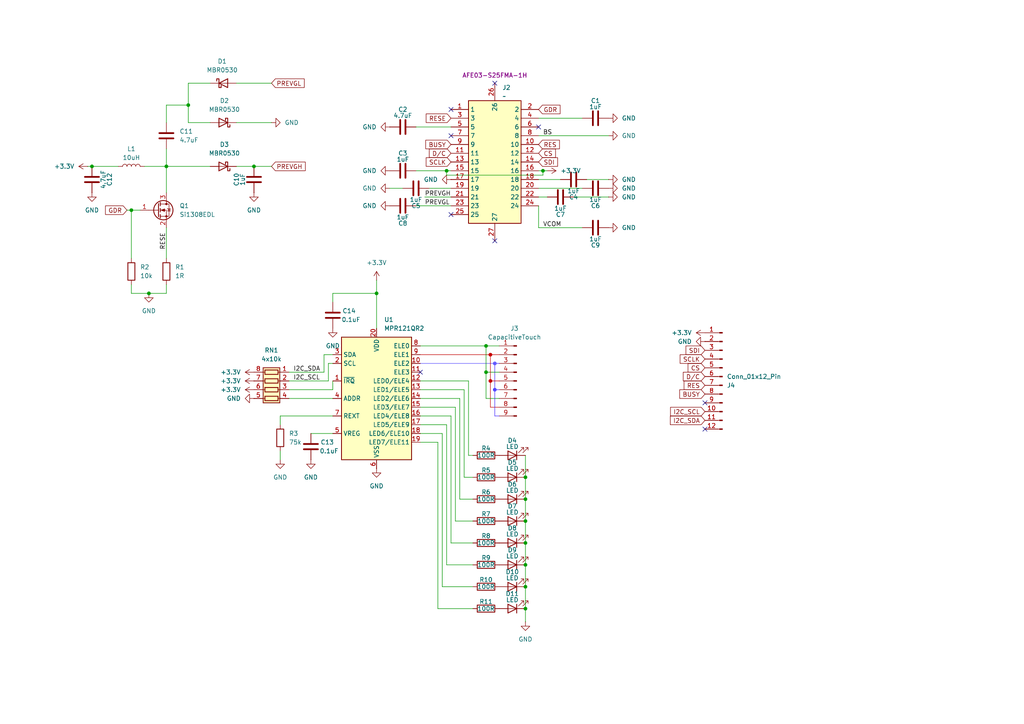
<source format=kicad_sch>
(kicad_sch (version 20231120) (generator "eeschema") (generator_version "8.0")
  (paper "A4")
  (lib_symbols
    (symbol "AFE03-S25FMA-1H:AFE03-S25FMA-1H"
      (property "Reference" "J2" (at 9.8141 3.81 0))
      (property "Value" "~" (at 9.8141 1.27 0))
      (property "Footprint" "AFE03-S25FMA-1H" (at 7.62 7.366 0))
      (symbol "AFE03-S25FMA-1H_1_1"
        (rectangle (start 15.24 0) (end 0 -35.56) (stroke (width 0.254)) (fill (type background)))
        (pin passive line (at -5.08 -2.54 0) (length 5.08) (name "1") (number "1"))
        (pin passive line (at 20.32 -12.7 180) (length 5.08) (name "10") (number "10"))
        (pin passive line (at -5.08 -15.24 0) (length 5.08) (name "11") (number "11"))
        (pin passive line (at 20.32 -15.24 180) (length 5.08) (name "12") (number "12"))
        (pin passive line (at -5.08 -17.78 0) (length 5.08) (name "13") (number "13"))
        (pin passive line (at 20.32 -17.78 180) (length 5.08) (name "14") (number "14"))
        (pin passive line (at -5.08 -20.32 0) (length 5.08) (name "15") (number "15"))
        (pin passive line (at 20.32 -20.32 180) (length 5.08) (name "16") (number "16"))
        (pin passive line (at -5.08 -22.86 0) (length 5.08) (name "17") (number "17"))
        (pin passive line (at 20.32 -22.86 180) (length 5.08) (name "18") (number "18"))
        (pin passive line (at -5.08 -25.4 0) (length 5.08) (name "19") (number "19"))
        (pin passive line (at 20.32 -2.54 180) (length 5.08) (name "2") (number "2"))
        (pin passive line (at 20.32 -25.4 180) (length 5.08) (name "20") (number "20"))
        (pin passive line (at -5.08 -27.94 0) (length 5.08) (name "21") (number "21"))
        (pin passive line (at 20.32 -27.94 180) (length 5.08) (name "22") (number "22"))
        (pin passive line (at -5.08 -30.48 0) (length 5.08) (name "23") (number "23"))
        (pin passive line (at 20.32 -30.48 180) (length 5.08) (name "24") (number "24"))
        (pin passive line (at -5.08 -33.02 0) (length 5.08) (name "25") (number "25"))
        (pin passive line (at 7.62 5.08 270) (length 5.08) (name "26") (number "26"))
        (pin passive line (at 7.62 -40.64 90) (length 5.08) (name "27") (number "27"))
        (pin passive line (at -5.08 -5.08 0) (length 5.08) (name "3") (number "3"))
        (pin passive line (at 20.32 -5.08 180) (length 5.08) (name "4") (number "4"))
        (pin passive line (at -5.08 -7.62 0) (length 5.08) (name "5") (number "5"))
        (pin passive line (at 20.32 -7.62 180) (length 5.08) (name "6") (number "6"))
        (pin passive line (at -5.08 -10.16 0) (length 5.08) (name "7") (number "7"))
        (pin passive line (at 20.32 -10.16 180) (length 5.08) (name "8") (number "8"))
        (pin passive line (at -5.08 -12.7 0) (length 5.08) (name "9") (number "9"))
      )
    )
    (symbol "Connector:Conn_01x09_Pin" (pin_names (offset 1.016) hide)
      (property "Reference" "J" (at 0 12.7 0))
      (property "Value" "Conn_01x09_Pin" (at 0 -12.7 0))
      (symbol "Conn_01x09_Pin_1_1"
        (polyline (pts (xy 1.27 -10.16) (xy 0.8636 -10.16)) (stroke (width 0.1524)))
        (polyline (pts (xy 1.27 -7.62) (xy 0.8636 -7.62)) (stroke (width 0.1524)))
        (polyline (pts (xy 1.27 -5.08) (xy 0.8636 -5.08)) (stroke (width 0.1524)))
        (polyline (pts (xy 1.27 -2.54) (xy 0.8636 -2.54)) (stroke (width 0.1524)))
        (polyline (pts (xy 1.27 0) (xy 0.8636 0)) (stroke (width 0.1524)))
        (polyline (pts (xy 1.27 2.54) (xy 0.8636 2.54)) (stroke (width 0.1524)))
        (polyline (pts (xy 1.27 5.08) (xy 0.8636 5.08)) (stroke (width 0.1524)))
        (polyline (pts (xy 1.27 7.62) (xy 0.8636 7.62)) (stroke (width 0.1524)))
        (polyline (pts (xy 1.27 10.16) (xy 0.8636 10.16)) (stroke (width 0.1524)))
        (rectangle (start 0.8636 -10.033) (end 0 -10.287) (stroke (width 0.1524)) (fill (type outline)))
        (rectangle (start 0.8636 -7.493) (end 0 -7.747) (stroke (width 0.1524)) (fill (type outline)))
        (rectangle (start 0.8636 -4.953) (end 0 -5.207) (stroke (width 0.1524)) (fill (type outline)))
        (rectangle (start 0.8636 -2.413) (end 0 -2.667) (stroke (width 0.1524)) (fill (type outline)))
        (rectangle (start 0.8636 0.127) (end 0 -0.127) (stroke (width 0.1524)) (fill (type outline)))
        (rectangle (start 0.8636 2.667) (end 0 2.413) (stroke (width 0.1524)) (fill (type outline)))
        (rectangle (start 0.8636 5.207) (end 0 4.953) (stroke (width 0.1524)) (fill (type outline)))
        (rectangle (start 0.8636 7.747) (end 0 7.493) (stroke (width 0.1524)) (fill (type outline)))
        (rectangle (start 0.8636 10.287) (end 0 10.033) (stroke (width 0.1524)) (fill (type outline)))
        (pin passive line (at 5.08 10.16 180) (length 3.81) (name "Pin_1") (number "1"))
        (pin passive line (at 5.08 7.62 180) (length 3.81) (name "Pin_2") (number "2"))
        (pin passive line (at 5.08 5.08 180) (length 3.81) (name "Pin_3") (number "3"))
        (pin passive line (at 5.08 2.54 180) (length 3.81) (name "Pin_4") (number "4"))
        (pin passive line (at 5.08 0 180) (length 3.81) (name "Pin_5") (number "5"))
        (pin passive line (at 5.08 -2.54 180) (length 3.81) (name "Pin_6") (number "6"))
        (pin passive line (at 5.08 -5.08 180) (length 3.81) (name "Pin_7") (number "7"))
        (pin passive line (at 5.08 -7.62 180) (length 3.81) (name "Pin_8") (number "8"))
        (pin passive line (at 5.08 -10.16 180) (length 3.81) (name "Pin_9") (number "9"))
      )
    )
    (symbol "Connector:Conn_01x12_Pin" (pin_names (offset 1.016) hide)
      (property "Reference" "J" (at 0 15.24 0))
      (property "Value" "Conn_01x12_Pin" (at 0 -17.78 0))
      (symbol "Conn_01x12_Pin_1_1"
        (polyline (pts (xy 1.27 -15.24) (xy 0.8636 -15.24)) (stroke (width 0.1524)))
        (polyline (pts (xy 1.27 -12.7) (xy 0.8636 -12.7)) (stroke (width 0.1524)))
        (polyline (pts (xy 1.27 -10.16) (xy 0.8636 -10.16)) (stroke (width 0.1524)))
        (polyline (pts (xy 1.27 -7.62) (xy 0.8636 -7.62)) (stroke (width 0.1524)))
        (polyline (pts (xy 1.27 -5.08) (xy 0.8636 -5.08)) (stroke (width 0.1524)))
        (polyline (pts (xy 1.27 -2.54) (xy 0.8636 -2.54)) (stroke (width 0.1524)))
        (polyline (pts (xy 1.27 0) (xy 0.8636 0)) (stroke (width 0.1524)))
        (polyline (pts (xy 1.27 2.54) (xy 0.8636 2.54)) (stroke (width 0.1524)))
        (polyline (pts (xy 1.27 5.08) (xy 0.8636 5.08)) (stroke (width 0.1524)))
        (polyline (pts (xy 1.27 7.62) (xy 0.8636 7.62)) (stroke (width 0.1524)))
        (polyline (pts (xy 1.27 10.16) (xy 0.8636 10.16)) (stroke (width 0.1524)))
        (polyline (pts (xy 1.27 12.7) (xy 0.8636 12.7)) (stroke (width 0.1524)))
        (rectangle (start 0.8636 -15.113) (end 0 -15.367) (stroke (width 0.1524)) (fill (type outline)))
        (rectangle (start 0.8636 -12.573) (end 0 -12.827) (stroke (width 0.1524)) (fill (type outline)))
        (rectangle (start 0.8636 -10.033) (end 0 -10.287) (stroke (width 0.1524)) (fill (type outline)))
        (rectangle (start 0.8636 -7.493) (end 0 -7.747) (stroke (width 0.1524)) (fill (type outline)))
        (rectangle (start 0.8636 -4.953) (end 0 -5.207) (stroke (width 0.1524)) (fill (type outline)))
        (rectangle (start 0.8636 -2.413) (end 0 -2.667) (stroke (width 0.1524)) (fill (type outline)))
        (rectangle (start 0.8636 0.127) (end 0 -0.127) (stroke (width 0.1524)) (fill (type outline)))
        (rectangle (start 0.8636 2.667) (end 0 2.413) (stroke (width 0.1524)) (fill (type outline)))
        (rectangle (start 0.8636 5.207) (end 0 4.953) (stroke (width 0.1524)) (fill (type outline)))
        (rectangle (start 0.8636 7.747) (end 0 7.493) (stroke (width 0.1524)) (fill (type outline)))
        (rectangle (start 0.8636 10.287) (end 0 10.033) (stroke (width 0.1524)) (fill (type outline)))
        (rectangle (start 0.8636 12.827) (end 0 12.573) (stroke (width 0.1524)) (fill (type outline)))
        (pin passive line (at 5.08 12.7 180) (length 3.81) (name "Pin_1") (number "1"))
        (pin passive line (at 5.08 -10.16 180) (length 3.81) (name "Pin_10") (number "10"))
        (pin passive line (at 5.08 -12.7 180) (length 3.81) (name "Pin_11") (number "11"))
        (pin passive line (at 5.08 -15.24 180) (length 3.81) (name "Pin_12") (number "12"))
        (pin passive line (at 5.08 10.16 180) (length 3.81) (name "Pin_2") (number "2"))
        (pin passive line (at 5.08 7.62 180) (length 3.81) (name "Pin_3") (number "3"))
        (pin passive line (at 5.08 5.08 180) (length 3.81) (name "Pin_4") (number "4"))
        (pin passive line (at 5.08 2.54 180) (length 3.81) (name "Pin_5") (number "5"))
        (pin passive line (at 5.08 0 180) (length 3.81) (name "Pin_6") (number "6"))
        (pin passive line (at 5.08 -2.54 180) (length 3.81) (name "Pin_7") (number "7"))
        (pin passive line (at 5.08 -5.08 180) (length 3.81) (name "Pin_8") (number "8"))
        (pin passive line (at 5.08 -7.62 180) (length 3.81) (name "Pin_9") (number "9"))
      )
    )
    (symbol "Device:C" (pin_numbers hide) (pin_names (offset 0.254))
      (property "Reference" "C" (at 0.635 2.54 0))
      (property "Value" "C" (at 0.635 -2.54 0))
      (symbol "C_0_1"
        (polyline (pts (xy -2.032 -0.762) (xy 2.032 -0.762)) (stroke (width 0.508)))
        (polyline (pts (xy -2.032 0.762) (xy 2.032 0.762)) (stroke (width 0.508)))
      )
      (symbol "C_1_1"
        (pin passive line (at 0 3.81 270) (length 2.794) (name "~") (number "1"))
        (pin passive line (at 0 -3.81 90) (length 2.794) (name "~") (number "2"))
      )
    )
    (symbol "Device:L" (pin_numbers hide) (pin_names (offset 1.016) hide)
      (property "Reference" "L" (at -1.27 0 90))
      (property "Value" "L" (at 1.905 0 90))
      (symbol "L_0_1"
        (arc (start 0 -2.54) (mid 0.6323 -1.905) (end 0 -1.27))
        (arc (start 0 -1.27) (mid 0.6323 -0.635) (end 0 0))
        (arc (start 0 0) (mid 0.6323 0.635) (end 0 1.27))
        (arc (start 0 1.27) (mid 0.6323 1.905) (end 0 2.54))
      )
      (symbol "L_1_1"
        (pin passive line (at 0 3.81 270) (length 1.27) (name "1") (number "1"))
        (pin passive line (at 0 -3.81 90) (length 1.27) (name "2") (number "2"))
      )
    )
    (symbol "Device:LED" (pin_numbers hide) (pin_names (offset 1.016) hide)
      (property "Reference" "D" (at 0 2.54 0))
      (property "Value" "LED" (at 0 -2.54 0))
      (symbol "LED_0_1"
        (polyline (pts (xy -1.27 -1.27) (xy -1.27 1.27)) (stroke (width 0.254)))
        (polyline (pts (xy -1.27 0) (xy 1.27 0)))
        (polyline (pts (xy 1.27 -1.27) (xy 1.27 1.27) (xy -1.27 0) (xy 1.27 -1.27)) (stroke (width 0.254)))
        (polyline (pts (xy -3.048 -0.762) (xy -4.572 -2.286) (xy -3.81 -2.286) (xy -4.572 -2.286) (xy -4.572 -1.524)))
        (polyline (pts (xy -1.778 -0.762) (xy -3.302 -2.286) (xy -2.54 -2.286) (xy -3.302 -2.286) (xy -3.302 -1.524)))
      )
      (symbol "LED_1_1"
        (pin passive line (at -3.81 0 0) (length 2.54) (name "K") (number "1"))
        (pin passive line (at 3.81 0 180) (length 2.54) (name "A") (number "2"))
      )
    )
    (symbol "Device:R" (pin_numbers hide) (pin_names (offset 0))
      (property "Reference" "R" (at 2.032 0 90))
      (property "Value" "R" (at 0 0 90))
      (symbol "R_0_1"
        (rectangle (start -1.016 -2.54) (end 1.016 2.54) (stroke (width 0.254)))
      )
      (symbol "R_1_1"
        (pin passive line (at 0 3.81 270) (length 1.27) (name "~") (number "1"))
        (pin passive line (at 0 -3.81 90) (length 1.27) (name "~") (number "2"))
      )
    )
    (symbol "Device:R_Pack04" (pin_names (offset 0) hide)
      (property "Reference" "RN" (at -7.62 0 90))
      (property "Value" "R_Pack04" (at 5.08 0 90))
      (symbol "R_Pack04_0_1"
        (rectangle (start -6.35 -2.413) (end 3.81 2.413) (stroke (width 0.254)) (fill (type background)))
        (rectangle (start -5.715 1.905) (end -4.445 -1.905) (stroke (width 0.254)))
        (rectangle (start -3.175 1.905) (end -1.905 -1.905) (stroke (width 0.254)))
        (rectangle (start -0.635 1.905) (end 0.635 -1.905) (stroke (width 0.254)))
        (polyline (pts (xy -5.08 -2.54) (xy -5.08 -1.905)))
        (polyline (pts (xy -5.08 1.905) (xy -5.08 2.54)))
        (polyline (pts (xy -2.54 -2.54) (xy -2.54 -1.905)))
        (polyline (pts (xy -2.54 1.905) (xy -2.54 2.54)))
        (polyline (pts (xy 0 -2.54) (xy 0 -1.905)))
        (polyline (pts (xy 0 1.905) (xy 0 2.54)))
        (polyline (pts (xy 2.54 -2.54) (xy 2.54 -1.905)))
        (polyline (pts (xy 2.54 1.905) (xy 2.54 2.54)))
        (rectangle (start 1.905 1.905) (end 3.175 -1.905) (stroke (width 0.254)))
      )
      (symbol "R_Pack04_1_1"
        (pin passive line (at -5.08 -5.08 90) (length 2.54) (name "R1.1") (number "1"))
        (pin passive line (at -2.54 -5.08 90) (length 2.54) (name "R2.1") (number "2"))
        (pin passive line (at 0 -5.08 90) (length 2.54) (name "R3.1") (number "3"))
        (pin passive line (at 2.54 -5.08 90) (length 2.54) (name "R4.1") (number "4"))
        (pin passive line (at 2.54 5.08 270) (length 2.54) (name "R4.2") (number "5"))
        (pin passive line (at 0 5.08 270) (length 2.54) (name "R3.2") (number "6"))
        (pin passive line (at -2.54 5.08 270) (length 2.54) (name "R2.2") (number "7"))
        (pin passive line (at -5.08 5.08 270) (length 2.54) (name "R1.2") (number "8"))
      )
    )
    (symbol "Diode:MBR0530" (pin_numbers hide) (pin_names (offset 1.016) hide)
      (property "Reference" "D" (at 0 2.54 0))
      (property "Value" "MBR0530" (at 0 -2.54 0))
      (symbol "MBR0530_0_1"
        (polyline (pts (xy 1.27 0) (xy -1.27 0)))
        (polyline (pts (xy 1.27 1.27) (xy 1.27 -1.27) (xy -1.27 0) (xy 1.27 1.27)) (stroke (width 0.254)))
        (polyline (pts (xy -1.905 0.635) (xy -1.905 1.27) (xy -1.27 1.27) (xy -1.27 -1.27) (xy -0.635 -1.27) (xy -0.635 -0.635)) (stroke (width 0.254)))
      )
      (symbol "MBR0530_1_1"
        (pin passive line (at -3.81 0 0) (length 2.54) (name "K") (number "1"))
        (pin passive line (at 3.81 0 180) (length 2.54) (name "A") (number "2"))
      )
    )
    (symbol "Sensor_Touch:MPR121QR2"
      (property "Reference" "U" (at -10.16 19.05 0))
      (property "Value" "MPR121QR2" (at 6.35 19.05 0))
      (symbol "MPR121QR2_0_1"
        (rectangle (start -10.16 17.78) (end 10.16 -17.78) (stroke (width 0.254)) (fill (type background)))
      )
      (symbol "MPR121QR2_1_1"
        (pin open_collector line (at -12.7 5.08 0) (length 2.54) (name "~{IRQ}") (number "1"))
        (pin passive line (at 12.7 10.16 180) (length 2.54) (name "ELE2") (number "10"))
        (pin passive line (at 12.7 7.62 180) (length 2.54) (name "ELE3") (number "11"))
        (pin passive line (at 12.7 5.08 180) (length 2.54) (name "LED0/ELE4") (number "12"))
        (pin passive line (at 12.7 2.54 180) (length 2.54) (name "LED1/ELE5") (number "13"))
        (pin passive line (at 12.7 0 180) (length 2.54) (name "LED2/ELE6") (number "14"))
        (pin passive line (at 12.7 -2.54 180) (length 2.54) (name "LED3/ELE7") (number "15"))
        (pin passive line (at 12.7 -5.08 180) (length 2.54) (name "LED4/ELE8") (number "16"))
        (pin passive line (at 12.7 -7.62 180) (length 2.54) (name "LED5/ELE9") (number "17"))
        (pin passive line (at 12.7 -10.16 180) (length 2.54) (name "LED6/ELE10") (number "18"))
        (pin passive line (at 12.7 -12.7 180) (length 2.54) (name "LED7/ELE11") (number "19"))
        (pin input line (at -12.7 10.16 0) (length 2.54) (name "SCL") (number "2"))
        (pin power_in line (at 0 20.32 270) (length 2.54) (name "VDD") (number "20"))
        (pin bidirectional line (at -12.7 12.7 0) (length 2.54) (name "SDA") (number "3"))
        (pin input line (at -12.7 0 0) (length 2.54) (name "ADDR") (number "4"))
        (pin passive line (at -12.7 -10.16 0) (length 2.54) (name "VREG") (number "5"))
        (pin power_in line (at 0 -20.32 90) (length 2.54) (name "VSS") (number "6"))
        (pin passive line (at -12.7 -5.08 0) (length 2.54) (name "REXT") (number "7"))
        (pin passive line (at 12.7 15.24 180) (length 2.54) (name "ELE0") (number "8"))
        (pin passive line (at 12.7 12.7 180) (length 2.54) (name "ELE1") (number "9"))
      )
    )
    (symbol "Transistor_FET:Si1308EDL" (pin_names hide)
      (property "Reference" "Q" (at 5.08 1.905 0))
      (property "Value" "Si1308EDL" (at 5.08 0 0))
      (symbol "Si1308EDL_0_1"
        (polyline (pts (xy 0.254 0) (xy -2.54 0)))
        (polyline (pts (xy 0.254 1.905) (xy 0.254 -1.905)) (stroke (width 0.254)))
        (polyline (pts (xy 0.762 -1.27) (xy 0.762 -2.286)) (stroke (width 0.254)))
        (polyline (pts (xy 0.762 0.508) (xy 0.762 -0.508)) (stroke (width 0.254)))
        (polyline (pts (xy 0.762 2.286) (xy 0.762 1.27)) (stroke (width 0.254)))
        (polyline (pts (xy 2.54 2.54) (xy 2.54 1.778)))
        (polyline (pts (xy 2.54 -2.54) (xy 2.54 0) (xy 0.762 0)))
        (polyline (pts (xy 0.762 -1.778) (xy 3.302 -1.778) (xy 3.302 1.778) (xy 0.762 1.778)))
        (polyline (pts (xy 1.016 0) (xy 2.032 0.381) (xy 2.032 -0.381) (xy 1.016 0)) (fill (type outline)))
        (polyline (pts (xy 2.794 0.508) (xy 2.921 0.381) (xy 3.683 0.381) (xy 3.81 0.254)))
        (polyline (pts (xy 3.302 0.381) (xy 2.921 -0.254) (xy 3.683 -0.254) (xy 3.302 0.381)))
        (circle (center 1.651 0) (radius 2.794) (stroke (width 0.254)))
        (circle (center 2.54 -1.778) (radius 0.254) (fill (type outline)))
        (circle (center 2.54 1.778) (radius 0.254) (fill (type outline)))
      )
      (symbol "Si1308EDL_1_1"
        (pin input line (at -5.08 0 0) (length 2.54) (name "G") (number "1"))
        (pin passive line (at 2.54 -5.08 90) (length 2.54) (name "S") (number "2"))
        (pin passive line (at 2.54 5.08 270) (length 2.54) (name "D") (number "3"))
      )
    )
    (symbol "power:+3.3V" (power) (pin_numbers hide) (pin_names (offset 0) hide)
      (property "Value" "+3.3V" (at 0 3.556 0))
      (symbol "+3.3V_0_1"
        (polyline (pts (xy -0.762 1.27) (xy 0 2.54)))
        (polyline (pts (xy 0 0) (xy 0 2.54)))
        (polyline (pts (xy 0 2.54) (xy 0.762 1.27)))
      )
      (symbol "+3.3V_1_1"
        (pin power_in line (at 0 0 90) (length 0) (name "~") (number "1"))
      )
    )
    (symbol "power:GND" (power) (pin_numbers hide) (pin_names (offset 0) hide)
      (property "Value" "GND" (at 0 -3.81 0))
      (symbol "GND_0_1"
        (polyline (pts (xy 0 0) (xy 0 -1.27) (xy 1.27 -1.27) (xy 0 -2.54) (xy -1.27 -1.27) (xy 0 -1.27)))
      )
      (symbol "GND_1_1"
        (pin power_in line (at 0 0 270) (length 0) (name "~") (number "1"))
      )
    )
  )
  (junction (at 129.54 49.53))
  (junction (at 140.97 107.95))
  (junction (at 43.18 85.09))
  (junction (at 142.24 110.49) (color 194 0 0 1))
  (junction (at 152.4 138.43))
  (junction (at 152.4 151.13))
  (junction (at 143.51 105.41) (color 92 83 255 1))
  (junction (at 109.22 85.09))
  (junction (at 142.24 102.87) (color 194 0 0 1))
  (junction (at 152.4 163.83))
  (junction (at 152.4 170.18))
  (junction (at 54.61 30.48))
  (junction (at 152.4 157.48))
  (junction (at 73.66 48.26))
  (junction (at 143.51 113.03) (color 74 62 255 1))
  (junction (at 140.97 100.33))
  (junction (at 152.4 144.78))
  (junction (at 157.48 49.53))
  (junction (at 152.4 176.53))
  (junction (at 26.67 48.26))
  (junction (at 48.26 48.26))
  (junction (at 38.1 60.96))
  (no_connect (at 130.81 62.23))
  (no_connect (at 143.51 69.85))
  (no_connect (at 204.47 124.46))
  (no_connect (at 130.81 31.75))
  (no_connect (at 121.92 107.95))
  (no_connect (at 143.51 24.13))
  (no_connect (at 204.47 116.84))
  (no_connect (at 130.81 39.37))
  (no_connect (at 156.21 36.83))
  (wire (pts (xy 113.03 54.61) (xy 116.84 54.61)))
  (wire (pts (xy 54.61 35.56) (xy 60.96 35.56)))
  (wire (pts (xy 152.4 170.18) (xy 152.4 176.53)))
  (wire (pts (xy 144.78 120.65) (xy 143.51 120.65)) (stroke (width 0) (color 70 45 255 1)))
  (wire (pts (xy 142.24 118.11) (xy 142.24 110.49)) (stroke (width 0) (color 194 0 0 1)))
  (wire (pts (xy 176.53 57.15) (xy 166.37 57.15)))
  (wire (pts (xy 38.1 60.96) (xy 40.64 60.96)))
  (wire (pts (xy 144.78 100.33) (xy 140.97 100.33)))
  (wire (pts (xy 144.78 105.41) (xy 143.51 105.41)) (stroke (width 0) (color 70 45 255 1)))
  (wire (pts (xy 26.67 48.26) (xy 34.29 48.26)))
  (wire (pts (xy 48.26 85.09) (xy 48.26 82.55)))
  (wire (pts (xy 132.08 151.13) (xy 137.16 151.13)))
  (wire (pts (xy 142.24 102.87) (xy 142.24 110.49)) (stroke (width 0) (color 194 0 0 1)))
  (wire (pts (xy 144.78 102.87) (xy 142.24 102.87)) (stroke (width 0) (color 194 0 0 1)))
  (wire (pts (xy 83.82 115.57) (xy 96.52 115.57)))
  (wire (pts (xy 127 176.53) (xy 137.16 176.53)))
  (wire (pts (xy 133.35 144.78) (xy 137.16 144.78)))
  (wire (pts (xy 48.26 66.04) (xy 48.26 74.93)))
  (wire (pts (xy 158.75 49.53) (xy 157.48 49.53)))
  (wire (pts (xy 121.92 110.49) (xy 135.89 110.49)))
  (wire (pts (xy 129.54 163.83) (xy 137.16 163.83)))
  (wire (pts (xy 152.4 151.13) (xy 152.4 157.48)))
  (wire (pts (xy 121.92 120.65) (xy 130.81 120.65)))
  (wire (pts (xy 96.52 102.87) (xy 93.98 102.87)))
  (wire (pts (xy 130.81 157.48) (xy 137.16 157.48)))
  (wire (pts (xy 157.48 49.53) (xy 156.21 49.53)))
  (wire (pts (xy 109.22 81.28) (xy 109.22 85.09)))
  (wire (pts (xy 156.21 59.69) (xy 156.21 66.04)))
  (wire (pts (xy 121.92 105.41) (xy 143.51 105.41)) (stroke (width 0) (color 92 83 255 1)))
  (wire (pts (xy 143.51 120.65) (xy 143.51 113.03)) (stroke (width 0) (color 70 45 255 1)))
  (wire (pts (xy 129.54 49.53) (xy 129.54 50.8)))
  (wire (pts (xy 128.27 125.73) (xy 128.27 170.18)))
  (wire (pts (xy 38.1 85.09) (xy 43.18 85.09)))
  (wire (pts (xy 54.61 30.48) (xy 54.61 35.56)))
  (wire (pts (xy 152.4 176.53) (xy 152.4 180.34)))
  (wire (pts (xy 156.21 57.15) (xy 158.75 57.15)))
  (wire (pts (xy 96.52 113.03) (xy 96.52 110.49)))
  (wire (pts (xy 83.82 110.49) (xy 95.25 110.49)))
  (wire (pts (xy 96.52 85.09) (xy 109.22 85.09)))
  (wire (pts (xy 48.26 55.88) (xy 48.26 48.26)))
  (wire (pts (xy 78.74 24.13) (xy 68.58 24.13)))
  (wire (pts (xy 156.21 34.29) (xy 168.91 34.29)))
  (wire (pts (xy 128.27 170.18) (xy 137.16 170.18)))
  (wire (pts (xy 121.92 115.57) (xy 133.35 115.57)))
  (wire (pts (xy 68.58 48.26) (xy 73.66 48.26)))
  (wire (pts (xy 143.51 113.03) (xy 144.78 113.03)) (stroke (width 0) (color 70 45 255 1)))
  (wire (pts (xy 129.54 49.53) (xy 130.81 49.53)))
  (wire (pts (xy 121.92 113.03) (xy 134.62 113.03)))
  (wire (pts (xy 156.21 66.04) (xy 168.91 66.04)))
  (wire (pts (xy 129.54 123.19) (xy 129.54 163.83)))
  (wire (pts (xy 130.81 120.65) (xy 130.81 157.48)))
  (wire (pts (xy 95.25 105.41) (xy 95.25 110.49)))
  (wire (pts (xy 129.54 50.8) (xy 157.48 50.8)))
  (wire (pts (xy 152.4 132.08) (xy 152.4 138.43)))
  (wire (pts (xy 43.18 85.09) (xy 48.26 85.09)))
  (wire (pts (xy 143.51 105.41) (xy 143.51 113.03)) (stroke (width 0) (color 70 45 255 1)))
  (wire (pts (xy 144.78 118.11) (xy 142.24 118.11)) (stroke (width 0) (color 194 0 0 1)))
  (wire (pts (xy 156.21 54.61) (xy 168.91 54.61)))
  (wire (pts (xy 93.98 102.87) (xy 93.98 107.95)))
  (wire (pts (xy 36.83 60.96) (xy 38.1 60.96)))
  (wire (pts (xy 121.92 128.27) (xy 127 128.27)))
  (wire (pts (xy 152.4 163.83) (xy 152.4 170.18)))
  (wire (pts (xy 41.91 48.26) (xy 48.26 48.26)))
  (wire (pts (xy 157.48 50.8) (xy 157.48 49.53)))
  (wire (pts (xy 134.62 138.43) (xy 137.16 138.43)))
  (wire (pts (xy 96.52 125.73) (xy 90.17 125.73)))
  (wire (pts (xy 60.96 24.13) (xy 54.61 24.13)))
  (wire (pts (xy 123.19 57.15) (xy 130.81 57.15)))
  (wire (pts (xy 81.28 133.35) (xy 81.28 130.81)))
  (wire (pts (xy 81.28 123.19) (xy 81.28 120.65)))
  (wire (pts (xy 176.53 52.07) (xy 170.18 52.07)))
  (wire (pts (xy 135.89 110.49) (xy 135.89 132.08)))
  (wire (pts (xy 38.1 82.55) (xy 38.1 85.09)))
  (wire (pts (xy 96.52 105.41) (xy 95.25 105.41)))
  (wire (pts (xy 121.92 125.73) (xy 128.27 125.73)))
  (wire (pts (xy 135.89 132.08) (xy 137.16 132.08)))
  (wire (pts (xy 121.92 118.11) (xy 132.08 118.11)))
  (wire (pts (xy 133.35 115.57) (xy 133.35 144.78)))
  (wire (pts (xy 109.22 85.09) (xy 109.22 95.25)))
  (wire (pts (xy 127 128.27) (xy 127 176.53)))
  (wire (pts (xy 132.08 118.11) (xy 132.08 151.13)))
  (wire (pts (xy 120.65 59.69) (xy 130.81 59.69)))
  (wire (pts (xy 48.26 48.26) (xy 60.96 48.26)))
  (wire (pts (xy 83.82 113.03) (xy 96.52 113.03)))
  (wire (pts (xy 152.4 144.78) (xy 152.4 151.13)))
  (wire (pts (xy 140.97 100.33) (xy 140.97 107.95)))
  (wire (pts (xy 48.26 35.56) (xy 48.26 30.48)))
  (wire (pts (xy 140.97 107.95) (xy 144.78 107.95)))
  (wire (pts (xy 78.74 35.56) (xy 68.58 35.56)))
  (wire (pts (xy 121.92 102.87) (xy 142.24 102.87)) (stroke (width 0) (color 194 0 0 1)))
  (wire (pts (xy 121.92 123.19) (xy 129.54 123.19)))
  (wire (pts (xy 25.4 48.26) (xy 26.67 48.26)))
  (wire (pts (xy 120.65 36.83) (xy 130.81 36.83)))
  (wire (pts (xy 38.1 60.96) (xy 38.1 74.93)))
  (wire (pts (xy 120.65 49.53) (xy 129.54 49.53)))
  (wire (pts (xy 54.61 24.13) (xy 54.61 30.48)))
  (wire (pts (xy 124.46 54.61) (xy 130.81 54.61)))
  (wire (pts (xy 176.53 39.37) (xy 156.21 39.37)))
  (wire (pts (xy 144.78 115.57) (xy 140.97 115.57)))
  (wire (pts (xy 83.82 107.95) (xy 93.98 107.95)))
  (wire (pts (xy 96.52 87.63) (xy 96.52 85.09)))
  (wire (pts (xy 81.28 120.65) (xy 96.52 120.65)))
  (wire (pts (xy 48.26 30.48) (xy 54.61 30.48)))
  (wire (pts (xy 140.97 115.57) (xy 140.97 107.95)))
  (wire (pts (xy 142.24 110.49) (xy 144.78 110.49)) (stroke (width 0) (color 194 0 0 1)))
  (wire (pts (xy 152.4 157.48) (xy 152.4 163.83)))
  (wire (pts (xy 121.92 100.33) (xy 140.97 100.33)))
  (wire (pts (xy 134.62 113.03) (xy 134.62 138.43)))
  (wire (pts (xy 152.4 138.43) (xy 152.4 144.78)))
  (wire (pts (xy 48.26 43.18) (xy 48.26 48.26)))
  (wire (pts (xy 73.66 48.26) (xy 78.74 48.26)))
  (wire (pts (xy 156.21 52.07) (xy 162.56 52.07)))
  (label "I2C_SCL" (at 85.09 110.49 0))
  (label "PREVGL" (at 123.19 59.69 0))
  (label "PREVGH" (at 123.19 57.15 0))
  (label "RESE" (at 48.26 72.39 90))
  (label "BS" (at 157.48 39.37 0))
  (label "VCOM" (at 157.48 66.04 0))
  (label "I2C_SDA" (at 85.09 107.95 0))
  (global_label "D{slash}C" (shape input) (at 130.81 44.45 180) (property "Intersheetrefs" "${INTERSHEET_REFS}" (effects (hide yes))))
  (global_label "GDR" (shape input) (at 156.21 31.75 0) (property "Intersheetrefs" "${INTERSHEET_REFS}" (effects (hide yes))))
  (global_label "D{slash}C" (shape input) (at 204.47 109.22 180) (property "Intersheetrefs" "${INTERSHEET_REFS}" (effects (hide yes))))
  (global_label "SCLK" (shape input) (at 130.81 46.99 180) (property "Intersheetrefs" "${INTERSHEET_REFS}" (effects (hide yes))))
  (global_label "GDR" (shape input) (at 36.83 60.96 180) (property "Intersheetrefs" "${INTERSHEET_REFS}" (effects (hide yes))))
  (global_label "I2C_SDA" (shape input) (at 204.47 121.92 180) (property "Intersheetrefs" "${INTERSHEET_REFS}" (effects (hide yes))))
  (global_label "SDI" (shape input) (at 204.47 101.6 180) (property "Intersheetrefs" "${INTERSHEET_REFS}" (effects (hide yes))))
  (global_label "PREVGH" (shape input) (at 78.74 48.26 0) (property "Intersheetrefs" "${INTERSHEET_REFS}" (effects (hide yes))))
  (global_label "CS" (shape input) (at 204.47 106.68 180) (property "Intersheetrefs" "${INTERSHEET_REFS}" (effects (hide yes))))
  (global_label "SDI" (shape input) (at 156.21 46.99 0) (property "Intersheetrefs" "${INTERSHEET_REFS}" (effects (hide yes))))
  (global_label "BUSY" (shape input) (at 204.47 114.3 180) (property "Intersheetrefs" "${INTERSHEET_REFS}" (effects (hide yes))))
  (global_label "RES" (shape input) (at 156.21 41.91 0) (property "Intersheetrefs" "${INTERSHEET_REFS}" (effects (hide yes))))
  (global_label "RES" (shape input) (at 204.47 111.76 180) (property "Intersheetrefs" "${INTERSHEET_REFS}" (effects (hide yes))))
  (global_label "SCLK" (shape input) (at 204.47 104.14 180) (property "Intersheetrefs" "${INTERSHEET_REFS}" (effects (hide yes))))
  (global_label "I2C_SCL" (shape input) (at 204.47 119.38 180) (property "Intersheetrefs" "${INTERSHEET_REFS}" (effects (hide yes))))
  (global_label "CS" (shape input) (at 156.21 44.45 0) (property "Intersheetrefs" "${INTERSHEET_REFS}" (effects (hide yes))))
  (global_label "PREVGL" (shape input) (at 78.74 24.13 0) (property "Intersheetrefs" "${INTERSHEET_REFS}" (effects (hide yes))))
  (global_label "RESE" (shape input) (at 130.81 34.29 180) (property "Intersheetrefs" "${INTERSHEET_REFS}" (effects (hide yes))))
  (global_label "BUSY" (shape input) (at 130.81 41.91 180) (property "Intersheetrefs" "${INTERSHEET_REFS}" (effects (hide yes))))
  (symbol (lib_id "power:GND") (at 176.53 39.37 90) (unit 1)
    (property "Reference" "#PWR03" (effects (hide yes)))
    (property "Value" "GND" (at 180.34 39.3699 90) (effects (justify right)))
    (property "Description" "Power symbol creates a global label with name \"GND\" , ground" (effects (hide yes)))
  )
  (symbol (lib_id "power:+3.3V") (at 73.66 113.03 90) (unit 1)
    (property "Reference" "#PWR021" (effects (hide yes)))
    (property "Value" "+3.3V" (at 69.85 113.0299 90) (effects (justify left)))
    (property "Description" "Power symbol creates a global label with name \"+3.3V\"" (effects (hide yes)))
  )
  (symbol (lib_id "Sensor_Touch:MPR121QR2") (at 109.22 115.57 0) (unit 1)
    (property "Reference" "U1" (at 111.4141 92.71 0) (effects (justify left)))
    (property "Value" "MPR121QR2" (at 111.4141 95.25 0) (effects (justify left)))
    (property "Footprint" "Package_DFN_QFN:UQFN-20_3x3mm_P0.4mm" (effects (hide yes)))
    (property "Datasheet" "https://resurgentsemi.com/wp-content/uploads/2018/09/MPR121_rev5-Resurgent.pdf?d453f8&d453f8" (effects (hide yes)))
    (property "Description" "12ch Touch Sensor controller, UQFN-20" (effects (hide yes)))
    (property "MPN" "MPR121QR2" (effects (hide yes)))
  )
  (symbol (lib_id "Connector:Conn_01x09_Pin") (at 149.86 110.49 0) (mirror y) (unit 1)
    (property "Reference" "J3" (at 149.225 95.25 0))
    (property "Value" "CapacitiveTouch" (at 149.225 97.79 0))
    (property "Footprint" "TouchSlider:TouchSlider-9_50x10mm" (effects (hide yes)))
    (property "Description" "Generic connector, single row, 01x09, script generated" (effects (hide yes)))
  )
  (symbol (lib_id "power:+3.3V") (at 158.75 49.53 270) (unit 1)
    (property "Reference" "#PWR017" (effects (hide yes)))
    (property "Value" "+3.3V" (at 162.56 49.5299 90) (effects (justify left)))
    (property "Description" "Power symbol creates a global label with name \"+3.3V\"" (effects (hide yes)))
  )
  (symbol (lib_id "Device:C") (at 166.37 52.07 270) (unit 1)
    (property "Reference" "C4" (at 166.37 57.15 90))
    (property "Value" "1uF" (at 166.37 55.372 90))
    (property "Footprint" "Capacitor_SMD:C_0402_1005Metric" (effects (hide yes)))
    (property "Description" "Unpolarized capacitor" (effects (hide yes)))
    (property "MPN" "CL05A105KA5NQNC" (effects (hide yes)))
  )
  (symbol (lib_id "power:GND") (at 176.53 57.15 90) (unit 1)
    (property "Reference" "#PWR09" (effects (hide yes)))
    (property "Value" "GND" (at 180.34 57.1501 90) (effects (justify right)))
    (property "Description" "Power symbol creates a global label with name \"GND\" , ground" (effects (hide yes)))
  )
  (symbol (lib_id "AFE03-S25FMA-1H:AFE03-S25FMA-1H") (at 135.89 29.21 0) (unit 1)
    (property "Reference" "J2" (at 145.7041 25.4 0) (effects (justify left)))
    (property "Value" "~" (at 145.7041 27.94 0) (effects (justify left)))
    (property "Footprint" "AFE03-S25FMA-1H" (at 143.51 21.844 0))
    (property "MPN" "AFE03-S25FMA-1H" (effects (hide yes)))
  )
  (symbol (lib_id "Device:C") (at 172.72 66.04 270) (unit 1)
    (property "Reference" "C9" (at 172.72 71.12 90))
    (property "Value" "1uF" (at 172.72 69.342 90))
    (property "Footprint" "Capacitor_SMD:C_0402_1005Metric" (effects (hide yes)))
    (property "Description" "Unpolarized capacitor" (effects (hide yes)))
    (property "MPN" "CL05A105KA5NQNC" (effects (hide yes)))
  )
  (symbol (lib_id "Device:C") (at 48.26 39.37 0) (unit 1)
    (property "Reference" "C11" (at 52.07 38.0999 0) (effects (justify left)))
    (property "Value" "4.7uF" (at 52.07 40.6399 0) (effects (justify left)))
    (property "Footprint" "Capacitor_SMD:C_0805_2012Metric" (effects (hide yes)))
    (property "Description" "Unpolarized capacitor" (effects (hide yes)))
    (property "MPN" "CL21A475KAQNNNE" (effects (hide yes)))
  )
  (symbol (lib_id "power:GND") (at 176.53 66.04 90) (unit 1)
    (property "Reference" "#PWR011" (effects (hide yes)))
    (property "Value" "GND" (at 180.34 66.0401 90) (effects (justify right)))
    (property "Description" "Power symbol creates a global label with name \"GND\" , ground" (effects (hide yes)))
  )
  (symbol (lib_id "power:GND") (at 113.03 49.53 270) (unit 1)
    (property "Reference" "#PWR04" (effects (hide yes)))
    (property "Value" "GND" (at 109.22 49.5299 90) (effects (justify right)))
    (property "Description" "Power symbol creates a global label with name \"GND\" , ground" (effects (hide yes)))
  )
  (symbol (lib_id "Device:C") (at 73.66 52.07 180) (unit 1)
    (property "Reference" "C10" (at 68.58 52.07 90))
    (property "Value" "1uF" (at 70.358 52.07 90))
    (property "Footprint" "Capacitor_SMD:C_0402_1005Metric" (effects (hide yes)))
    (property "Description" "Unpolarized capacitor" (effects (hide yes)))
    (property "MPN" "CL05A105KA5NQNC" (effects (hide yes)))
  )
  (symbol (lib_id "power:GND") (at 96.52 95.25 0) (unit 1)
    (property "Reference" "#PWR025" (effects (hide yes)))
    (property "Value" "GND" (at 96.52 100.33 0))
    (property "Description" "Power symbol creates a global label with name \"GND\" , ground" (effects (hide yes)))
  )
  (symbol (lib_id "power:+3.3V") (at 204.47 96.52 90) (unit 1)
    (property "Reference" "#PWR030" (effects (hide yes)))
    (property "Value" "+3.3V" (at 200.66 96.5199 90) (effects (justify left)))
    (property "Description" "Power symbol creates a global label with name \"+3.3V\"" (effects (hide yes)))
  )
  (symbol (lib_id "Device:C") (at 96.52 91.44 0) (unit 1)
    (property "Reference" "C14" (at 99.314 90.17 0) (effects (justify left)))
    (property "Value" "0.1uF" (at 99.06 92.71 0) (effects (justify left)))
    (property "Footprint" "Capacitor_SMD:C_0402_1005Metric" (effects (hide yes)))
    (property "Description" "Unpolarized capacitor" (effects (hide yes)))
    (property "MPN" "CL05B104KO5NNNC" (effects (hide yes)))
  )
  (symbol (lib_id "power:GND") (at 130.81 52.07 270) (unit 1)
    (property "Reference" "#PWR05" (effects (hide yes)))
    (property "Value" "GND" (at 127 52.0699 90) (effects (justify right)))
    (property "Description" "Power symbol creates a global label with name \"GND\" , ground" (effects (hide yes)))
  )
  (symbol (lib_id "Connector:Conn_01x12_Pin") (at 209.55 109.22 0) (mirror y) (unit 1)
    (property "Reference" "J4" (at 210.82 111.7601 0) (effects (justify right)))
    (property "Value" "Conn_01x12_Pin" (at 210.82 109.2201 0) (effects (justify right)))
    (property "Footprint" "AFC01-S12FCA-00:AFC01-S12FCA-00" (effects (hide yes)))
    (property "Description" "Generic connector, single row, 01x12, script generated" (effects (hide yes)))
    (property "MPN" "AFC01-S12FCA-00:AFC01-S12FCA-00" (effects (hide yes)))
  )
  (symbol (lib_id "power:GND") (at 90.17 133.35 0) (unit 1)
    (property "Reference" "#PWR024" (effects (hide yes)))
    (property "Value" "GND" (at 90.17 138.43 0))
    (property "Description" "Power symbol creates a global label with name \"GND\" , ground" (effects (hide yes)))
  )
  (symbol (lib_id "power:GND") (at 26.67 55.88 0) (unit 1)
    (property "Reference" "#PWR014" (effects (hide yes)))
    (property "Value" "GND" (at 26.67 60.96 0))
    (property "Description" "Power symbol creates a global label with name \"GND\" , ground" (effects (hide yes)))
  )
  (symbol (lib_id "Device:LED") (at 148.59 170.18 180) (unit 1)
    (property "Reference" "D10" (at 148.59 165.862 0))
    (property "Value" "LED" (at 148.59 167.64 0))
    (property "Footprint" "LED_SMD:LED_0805_2012Metric" (effects (hide yes)))
    (property "Description" "Light emitting diode" (effects (hide yes)))
    (property "MPN" "KT-0805G" (effects (hide yes)))
  )
  (symbol (lib_id "power:GND") (at 73.66 55.88 0) (unit 1)
    (property "Reference" "#PWR012" (effects (hide yes)))
    (property "Value" "GND" (at 73.66 60.96 0))
    (property "Description" "Power symbol creates a global label with name \"GND\" , ground" (effects (hide yes)))
  )
  (symbol (lib_id "Device:LED") (at 148.59 157.48 180) (unit 1)
    (property "Reference" "D8" (at 148.59 153.162 0))
    (property "Value" "LED" (at 148.59 154.94 0))
    (property "Footprint" "LED_SMD:LED_0805_2012Metric" (effects (hide yes)))
    (property "Description" "Light emitting diode" (effects (hide yes)))
    (property "MPN" "KT-0805G" (effects (hide yes)))
  )
  (symbol (lib_id "Diode:MBR0530") (at 64.77 48.26 180) (unit 1)
    (property "Reference" "D3" (at 65.0875 41.91 0))
    (property "Value" "MBR0530" (at 65.0875 44.45 0))
    (property "Footprint" "Diode_SMD:D_SOD-123" (effects (hide yes)))
    (property "Datasheet" "http://www.mccsemi.com/up_pdf/MBR0520~MBR0580(SOD123).pdf" (effects (hide yes)))
    (property "Description" "30V 0.5A Schottky Power Rectifier Diode, SOD-123" (effects (hide yes)))
    (property "MPN" "MBR0530" (effects (hide yes)))
  )
  (symbol (lib_id "power:GND") (at 204.47 99.06 270) (unit 1)
    (property "Reference" "#PWR029" (effects (hide yes)))
    (property "Value" "GND" (at 200.66 99.0599 90) (effects (justify right)))
    (property "Description" "Power symbol creates a global label with name \"GND\" , ground" (effects (hide yes)))
  )
  (symbol (lib_id "Device:C") (at 172.72 34.29 90) (unit 1)
    (property "Reference" "C1" (at 172.72 29.21 90))
    (property "Value" "1uF" (at 172.72 30.988 90))
    (property "Footprint" "Capacitor_SMD:C_0402_1005Metric" (effects (hide yes)))
    (property "Description" "Unpolarized capacitor" (effects (hide yes)))
    (property "MPN" "CL05A105KA5NQNC" (effects (hide yes)))
  )
  (symbol (lib_id "Device:R_Pack04") (at 78.74 113.03 90) (mirror x) (unit 1)
    (property "Reference" "RN1" (at 78.74 101.6 90))
    (property "Value" "4x10k" (at 78.74 104.14 90))
    (property "Footprint" "Resistor_SMD:R_Array_Concave_4x0603" (effects (hide yes)))
    (property "Description" "4 resistor network, parallel topology" (effects (hide yes)))
    (property "MPN" "4D03WGJ0103T5E" (effects (hide yes)))
  )
  (symbol (lib_id "Device:R") (at 140.97 170.18 270) (mirror x) (unit 1)
    (property "Reference" "R10" (at 140.97 168.148 90))
    (property "Value" "100R" (at 140.97 170.18 90))
    (property "Footprint" "Resistor_SMD:R_0805_2012Metric" (effects (hide yes)))
    (property "Description" "Resistor" (effects (hide yes)))
    (property "MPN" "0805W8F1000T5E" (effects (hide yes)))
  )
  (symbol (lib_id "Transistor_FET:Si1308EDL") (at 45.72 60.96 0) (unit 1)
    (property "Reference" "Q1" (at 52.07 59.6899 0) (effects (justify left)))
    (property "Value" "Si1308EDL" (at 52.07 62.2299 0) (effects (justify left)))
    (property "Footprint" "Package_TO_SOT_SMD:SOT-323_SC-70" (effects (hide yes)))
    (property "Datasheet" "https://www.vishay.com/docs/63399/si1308edl.pdf" (effects (hide yes)))
    (property "Description" "30V Vds, 1.4A Id, N-Channel MOSFET, SC-70" (effects (hide yes)))
    (property "MPN" "Si1308EDL" (effects (hide yes)))
  )
  (symbol (lib_id "Device:R") (at 140.97 138.43 270) (mirror x) (unit 1)
    (property "Reference" "R5" (at 140.97 136.398 90))
    (property "Value" "100R" (at 140.97 138.43 90))
    (property "Footprint" "Resistor_SMD:R_0805_2012Metric" (effects (hide yes)))
    (property "Description" "Resistor" (effects (hide yes)))
    (property "MPN" "0805W8F1000T5E" (effects (hide yes)))
  )
  (symbol (lib_id "Device:C") (at 116.84 36.83 90) (unit 1)
    (property "Reference" "C2" (at 116.84 31.75 90))
    (property "Value" "4.7uF" (at 116.84 33.528 90))
    (property "Footprint" "Capacitor_SMD:C_0402_1005Metric" (effects (hide yes)))
    (property "Description" "Unpolarized capacitor" (effects (hide yes)))
    (property "MPN" "CL21A475KAQNNNE" (effects (hide yes)))
  )
  (symbol (lib_id "power:GND") (at 113.03 59.69 270) (unit 1)
    (property "Reference" "#PWR010" (effects (hide yes)))
    (property "Value" "GND" (at 109.22 59.6899 90) (effects (justify right)))
    (property "Description" "Power symbol creates a global label with name \"GND\" , ground" (effects (hide yes)))
  )
  (symbol (lib_id "power:GND") (at 113.03 36.83 270) (unit 1)
    (property "Reference" "#PWR02" (effects (hide yes)))
    (property "Value" "GND" (at 109.22 36.8299 90) (effects (justify right)))
    (property "Description" "Power symbol creates a global label with name \"GND\" , ground" (effects (hide yes)))
  )
  (symbol (lib_id "power:GND") (at 81.28 133.35 0) (unit 1)
    (property "Reference" "#PWR023" (effects (hide yes)))
    (property "Value" "GND" (at 81.28 138.43 0))
    (property "Description" "Power symbol creates a global label with name \"GND\" , ground" (effects (hide yes)))
  )
  (symbol (lib_id "Device:LED") (at 148.59 132.08 180) (unit 1)
    (property "Reference" "D4" (at 148.59 127.762 0))
    (property "Value" "LED" (at 148.59 129.54 0))
    (property "Footprint" "LED_SMD:LED_0805_2012Metric" (effects (hide yes)))
    (property "Description" "Light emitting diode" (effects (hide yes)))
    (property "MPN" "KT-0805G" (effects (hide yes)))
  )
  (symbol (lib_id "power:GND") (at 113.03 54.61 270) (unit 1)
    (property "Reference" "#PWR07" (effects (hide yes)))
    (property "Value" "GND" (at 109.22 54.6099 90) (effects (justify right)))
    (property "Description" "Power symbol creates a global label with name \"GND\" , ground" (effects (hide yes)))
  )
  (symbol (lib_id "power:GND") (at 78.74 35.56 90) (unit 1)
    (property "Reference" "#PWR013" (effects (hide yes)))
    (property "Value" "GND" (at 82.55 35.5599 90) (effects (justify right)))
    (property "Description" "Power symbol creates a global label with name \"GND\" , ground" (effects (hide yes)))
  )
  (symbol (lib_id "Device:LED") (at 148.59 176.53 180) (unit 1)
    (property "Reference" "D11" (at 148.59 172.212 0))
    (property "Value" "LED" (at 148.59 173.99 0))
    (property "Footprint" "LED_SMD:LED_0805_2012Metric" (effects (hide yes)))
    (property "Description" "Light emitting diode" (effects (hide yes)))
    (property "MPN" "KT-0805G" (effects (hide yes)))
  )
  (symbol (lib_id "Diode:MBR0530") (at 64.77 35.56 180) (unit 1)
    (property "Reference" "D2" (at 65.0875 29.21 0))
    (property "Value" "MBR0530" (at 65.0875 31.75 0))
    (property "Footprint" "Diode_SMD:D_SOD-123" (effects (hide yes)))
    (property "Datasheet" "http://www.mccsemi.com/up_pdf/MBR0520~MBR0580(SOD123).pdf" (effects (hide yes)))
    (property "Description" "30V 0.5A Schottky Power Rectifier Diode, SOD-123" (effects (hide yes)))
    (property "MPN" "MBR0530" (effects (hide yes)))
  )
  (symbol (lib_id "Device:R") (at 48.26 78.74 0) (unit 1)
    (property "Reference" "R1" (at 50.8 77.4699 0) (effects (justify left)))
    (property "Value" "1R" (at 50.8 80.0099 0) (effects (justify left)))
    (property "Footprint" "Resistor_SMD:R_0603_1608Metric" (effects (hide yes)))
    (property "Description" "Resistor" (effects (hide yes)))
    (property "MPN" "0603WAF100KT5E" (effects (hide yes)))
  )
  (symbol (lib_id "Device:R") (at 140.97 144.78 270) (mirror x) (unit 1)
    (property "Reference" "R6" (at 140.97 142.748 90))
    (property "Value" "100R" (at 140.97 144.78 90))
    (property "Footprint" "Resistor_SMD:R_0805_2012Metric" (effects (hide yes)))
    (property "Description" "Resistor" (effects (hide yes)))
    (property "MPN" "0805W8F1000T5E" (effects (hide yes)))
  )
  (symbol (lib_id "Device:LED") (at 148.59 151.13 180) (unit 1)
    (property "Reference" "D7" (at 148.59 146.812 0))
    (property "Value" "LED" (at 148.59 148.59 0))
    (property "Footprint" "LED_SMD:LED_0805_2012Metric" (effects (hide yes)))
    (property "Description" "Light emitting diode" (effects (hide yes)))
    (property "MPN" "KT-0805G" (effects (hide yes)))
  )
  (symbol (lib_id "Device:LED") (at 148.59 144.78 180) (unit 1)
    (property "Reference" "D6" (at 148.59 140.462 0))
    (property "Value" "LED" (at 148.59 142.24 0))
    (property "Footprint" "LED_SMD:LED_0805_2012Metric" (effects (hide yes)))
    (property "Description" "Light emitting diode" (effects (hide yes)))
    (property "MPN" "KT-0805G" (effects (hide yes)))
  )
  (symbol (lib_id "power:GND") (at 176.53 54.61 90) (unit 1)
    (property "Reference" "#PWR08" (effects (hide yes)))
    (property "Value" "GND" (at 180.34 54.6101 90) (effects (justify right)))
    (property "Description" "Power symbol creates a global label with name \"GND\" , ground" (effects (hide yes)))
  )
  (symbol (lib_id "Diode:MBR0530") (at 64.77 24.13 0) (unit 1)
    (property "Reference" "D1" (at 64.4525 17.78 0))
    (property "Value" "MBR0530" (at 64.4525 20.32 0))
    (property "Footprint" "Diode_SMD:D_SOD-123" (effects (hide yes)))
    (property "Datasheet" "http://www.mccsemi.com/up_pdf/MBR0520~MBR0580(SOD123).pdf" (effects (hide yes)))
    (property "Description" "30V 0.5A Schottky Power Rectifier Diode, SOD-123" (effects (hide yes)))
    (property "MPN" "MBR0530" (effects (hide yes)))
  )
  (symbol (lib_id "Device:R") (at 81.28 127 180) (unit 1)
    (property "Reference" "R3" (at 83.82 125.7299 0) (effects (justify right)))
    (property "Value" "75k" (at 83.82 128.2699 0) (effects (justify right)))
    (property "Footprint" "Resistor_SMD:R_0603_1608Metric" (effects (hide yes)))
    (property "Description" "Resistor" (effects (hide yes)))
    (property "MPN" "0603WAF7502T5E" (effects (hide yes)))
  )
  (symbol (lib_id "Device:R") (at 140.97 157.48 270) (mirror x) (unit 1)
    (property "Reference" "R8" (at 140.97 155.448 90))
    (property "Value" "100R" (at 140.97 157.48 90))
    (property "Footprint" "Resistor_SMD:R_0805_2012Metric" (effects (hide yes)))
    (property "Description" "Resistor" (effects (hide yes)))
    (property "MPN" "0805W8F1000T5E" (effects (hide yes)))
  )
  (symbol (lib_id "Device:C") (at 120.65 54.61 270) (unit 1)
    (property "Reference" "C5" (at 120.65 59.69 90))
    (property "Value" "1uF" (at 120.65 57.912 90))
    (property "Footprint" "Capacitor_SMD:C_0402_1005Metric" (effects (hide yes)))
    (property "Description" "Unpolarized capacitor" (effects (hide yes)))
    (property "MPN" "CL05A105KA5NQNC" (effects (hide yes)))
  )
  (symbol (lib_id "power:GND") (at 176.53 34.29 90) (unit 1)
    (property "Reference" "#PWR01" (effects (hide yes)))
    (property "Value" "GND" (at 180.34 34.2899 90) (effects (justify right)))
    (property "Description" "Power symbol creates a global label with name \"GND\" , ground" (effects (hide yes)))
  )
  (symbol (lib_id "Device:C") (at 90.17 129.54 0) (unit 1)
    (property "Reference" "C13" (at 92.964 128.27 0) (effects (justify left)))
    (property "Value" "0.1uF" (at 92.71 130.81 0) (effects (justify left)))
    (property "Footprint" "Capacitor_SMD:C_0402_1005Metric" (effects (hide yes)))
    (property "Description" "Unpolarized capacitor" (effects (hide yes)))
    (property "MPN" "CL05B104KO5NNNC" (effects (hide yes)))
  )
  (symbol (lib_id "power:GND") (at 152.4 180.34 0) (unit 1)
    (property "Reference" "#PWR028" (effects (hide yes)))
    (property "Value" "GND" (at 152.4 185.42 0))
    (property "Description" "Power symbol creates a global label with name \"GND\" , ground" (effects (hide yes)))
  )
  (symbol (lib_id "power:+3.3V") (at 109.22 81.28 0) (unit 1)
    (property "Reference" "#PWR026" (effects (hide yes)))
    (property "Value" "+3.3V" (at 109.22 76.2 0))
    (property "Description" "Power symbol creates a global label with name \"+3.3V\"" (effects (hide yes)))
  )
  (symbol (lib_id "Device:R") (at 38.1 78.74 0) (unit 1)
    (property "Reference" "R2" (at 40.64 77.4699 0) (effects (justify left)))
    (property "Value" "10k" (at 40.64 80.0099 0) (effects (justify left)))
    (property "Footprint" "Resistor_SMD:R_0805_2012Metric" (effects (hide yes)))
    (property "Description" "Resistor" (effects (hide yes)))
    (property "MPN" "0805W8F1002T5E" (effects (hide yes)))
  )
  (symbol (lib_id "power:+3.3V") (at 73.66 107.95 90) (unit 1)
    (property "Reference" "#PWR019" (effects (hide yes)))
    (property "Value" "+3.3V" (at 69.85 107.9499 90) (effects (justify left)))
    (property "Description" "Power symbol creates a global label with name \"+3.3V\"" (effects (hide yes)))
  )
  (symbol (lib_id "power:GND") (at 109.22 135.89 0) (unit 1)
    (property "Reference" "#PWR027" (effects (hide yes)))
    (property "Value" "GND" (at 109.22 140.97 0))
    (property "Description" "Power symbol creates a global label with name \"GND\" , ground" (effects (hide yes)))
  )
  (symbol (lib_id "Device:R") (at 140.97 176.53 270) (mirror x) (unit 1)
    (property "Reference" "R11" (at 140.97 174.498 90))
    (property "Value" "100R" (at 140.97 176.53 90))
    (property "Footprint" "Resistor_SMD:R_0805_2012Metric" (effects (hide yes)))
    (property "Description" "Resistor" (effects (hide yes)))
    (property "MPN" "0805W8F1000T5E" (effects (hide yes)))
  )
  (symbol (lib_id "Device:LED") (at 148.59 138.43 180) (unit 1)
    (property "Reference" "D5" (at 148.59 134.112 0))
    (property "Value" "LED" (at 148.59 135.89 0))
    (property "Footprint" "LED_SMD:LED_0805_2012Metric" (effects (hide yes)))
    (property "Description" "Light emitting diode" (effects (hide yes)))
    (property "MPN" "KT-0805G" (effects (hide yes)))
  )
  (symbol (lib_id "Device:R") (at 140.97 151.13 270) (mirror x) (unit 1)
    (property "Reference" "R7" (at 140.97 149.098 90))
    (property "Value" "100R" (at 140.97 151.13 90))
    (property "Footprint" "Resistor_SMD:R_0805_2012Metric" (effects (hide yes)))
    (property "Description" "Resistor" (effects (hide yes)))
    (property "MPN" "0805W8F1000T5E" (effects (hide yes)))
  )
  (symbol (lib_id "Device:C") (at 162.56 57.15 270) (unit 1)
    (property "Reference" "C7" (at 162.56 62.23 90))
    (property "Value" "1uF" (at 162.56 60.452 90))
    (property "Footprint" "Capacitor_SMD:C_0402_1005Metric" (effects (hide yes)))
    (property "Description" "Unpolarized capacitor" (effects (hide yes)))
    (property "MPN" "CL05A105KA5NQNC" (effects (hide yes)))
  )
  (symbol (lib_id "Device:C") (at 116.84 59.69 270) (unit 1)
    (property "Reference" "C8" (at 116.84 64.77 90))
    (property "Value" "1uF" (at 116.84 62.992 90))
    (property "Footprint" "Capacitor_SMD:C_0402_1005Metric" (effects (hide yes)))
    (property "Description" "Unpolarized capacitor" (effects (hide yes)))
    (property "MPN" "CL05A105KA5NQNC" (effects (hide yes)))
  )
  (symbol (lib_id "power:GND") (at 176.53 52.07 90) (unit 1)
    (property "Reference" "#PWR06" (effects (hide yes)))
    (property "Value" "GND" (at 180.34 52.0701 90) (effects (justify right)))
    (property "Description" "Power symbol creates a global label with name \"GND\" , ground" (effects (hide yes)))
  )
  (symbol (lib_id "Device:R") (at 140.97 132.08 270) (mirror x) (unit 1)
    (property "Reference" "R4" (at 140.97 130.048 90))
    (property "Value" "100R" (at 140.97 132.08 90))
    (property "Footprint" "Resistor_SMD:R_0805_2012Metric" (effects (hide yes)))
    (property "Description" "Resistor" (effects (hide yes)))
    (property "MPN" "0805W8F1000T5E" (effects (hide yes)))
  )
  (symbol (lib_id "power:GND") (at 43.18 85.09 0) (unit 1)
    (property "Reference" "#PWR016" (effects (hide yes)))
    (property "Value" "GND" (at 43.18 90.17 0))
    (property "Description" "Power symbol creates a global label with name \"GND\" , ground" (effects (hide yes)))
  )
  (symbol (lib_id "Device:LED") (at 148.59 163.83 180) (unit 1)
    (property "Reference" "D9" (at 148.59 159.512 0))
    (property "Value" "LED" (at 148.59 161.29 0))
    (property "Footprint" "LED_SMD:LED_0805_2012Metric" (effects (hide yes)))
    (property "Description" "Light emitting diode" (effects (hide yes)))
    (property "MPN" "KT-0805G" (effects (hide yes)))
  )
  (symbol (lib_id "Device:C") (at 172.72 54.61 270) (unit 1)
    (property "Reference" "C6" (at 172.72 59.69 90))
    (property "Value" "1uF" (at 172.72 57.912 90))
    (property "Footprint" "Capacitor_SMD:C_0402_1005Metric" (effects (hide yes)))
    (property "Description" "Unpolarized capacitor" (effects (hide yes)))
    (property "MPN" "CL05A105KA5NQNC" (effects (hide yes)))
  )
  (symbol (lib_id "Device:C") (at 116.84 49.53 90) (unit 1)
    (property "Reference" "C3" (at 116.84 44.45 90))
    (property "Value" "1uF" (at 116.84 46.228 90))
    (property "Footprint" "Capacitor_SMD:C_0402_1005Metric" (effects (hide yes)))
    (property "Description" "Unpolarized capacitor" (effects (hide yes)))
    (property "MPN" "CL05A105KA5NQNC" (effects (hide yes)))
  )
  (symbol (lib_id "power:+3.3V") (at 25.4 48.26 90) (unit 1)
    (property "Reference" "#PWR015" (effects (hide yes)))
    (property "Value" "+3.3V" (at 21.59 48.2599 90) (effects (justify left)))
    (property "Description" "Power symbol creates a global label with name \"+3.3V\"" (effects (hide yes)))
  )
  (symbol (lib_id "Device:C") (at 26.67 52.07 0) (unit 1)
    (property "Reference" "C12" (at 31.75 52.07 90))
    (property "Value" "4.7uF" (at 29.972 52.07 90))
    (property "Footprint" "Capacitor_SMD:C_0402_1005Metric" (effects (hide yes)))
    (property "Description" "Unpolarized capacitor" (effects (hide yes)))
    (property "MPN" "CL21A475KAQNNNE" (effects (hide yes)))
  )
  (symbol (lib_id "Device:R") (at 140.97 163.83 270) (mirror x) (unit 1)
    (property "Reference" "R9" (at 140.97 161.798 90))
    (property "Value" "100R" (at 140.97 163.83 90))
    (property "Footprint" "Resistor_SMD:R_0805_2012Metric" (effects (hide yes)))
    (property "Description" "Resistor" (effects (hide yes)))
    (property "MPN" "0805W8F1000T5E" (effects (hide yes)))
  )
  (symbol (lib_id "Device:L") (at 38.1 48.26 90) (unit 1)
    (property "Reference" "L1" (at 38.1 43.18 90))
    (property "Value" "10uH" (at 38.1 45.72 90))
    (property "Footprint" "Inductor_SMD:L_Changjiang_FNR4020S" (effects (hide yes)))
    (property "Description" "Inductor" (effects (hide yes)))
    (property "MPN" "SMNR4020-10UH" (effects (hide yes)))
  )
  (symbol (lib_id "power:GND") (at 73.66 115.57 270) (unit 1)
    (property "Reference" "#PWR022" (effects (hide yes)))
    (property "Value" "GND" (at 69.85 115.5699 90) (effects (justify right)))
    (property "Description" "Power symbol creates a global label with name \"GND\" , ground" (effects (hide yes)))
  )
  (symbol (lib_id "power:+3.3V") (at 73.66 110.49 90) (unit 1)
    (property "Reference" "#PWR020" (effects (hide yes)))
    (property "Value" "+3.3V" (at 69.85 110.4899 90) (effects (justify left)))
    (property "Description" "Power symbol creates a global label with name \"+3.3V\"" (effects (hide yes)))
  )
)
</source>
